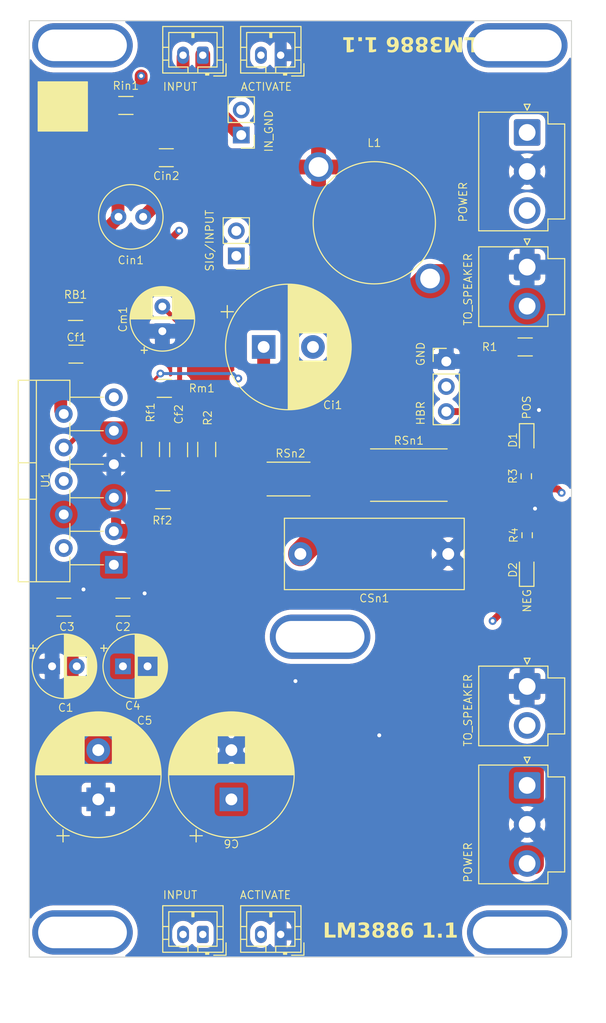
<source format=kicad_pcb>
(kicad_pcb (version 20240108) (generator "pcbnew") (generator_version "8.0")
  (layers (0 "F.Cu" signal) (1 "In1.Cu" signal) (2 "In2.Cu" signal) (31 "B.Cu" signal) (34 "B.Paste" user) (35 "F.Paste" user) (36 "B.SilkS" user "B.Silkscreen") (37 "F.SilkS" user "F.Silkscreen") (38 "B.Mask" user) (39 "F.Mask" user) (44 "Edge.Cuts" user))
  (net 0 "")
  (net 1 "CH1-IN")
  (net 2 "Net-(Ci1-Pad1)")
  (net 3 "VP")
  (net 4 "VM")
  (net 5 "CH1-OUT")
  (net 6 "INPUTGND")
  (net 7 "PGND")
  (net 8 "Net-(CSn1-Pad2)")
  (net 9 "Net-(D1-A)")
  (net 10 "Net-(D2-A)")
  (net 11 "Net-(Cin1-Pad2)")
  (net 12 "FB1")
  (net 13 "SIGGND")
  (net 14 "Net-(U1-+)")
  (net 15 "CH1GND")
  (net 16 "OPAMP_NEG")
  (net 17 "FB2")
  (net 18 "Net-(J7-Pin_3)")
  (net 19 "Net-(U1-MUTE)")
  (net 23 "NEG_ACTIVE")
  (footprint "Capacitor_SMD:C_1206_3216Metric_Pad1.33x1.80mm_HandSolder" (layer "F.Cu") (at 81.03 71.276232)
    (property "Reference" "Cf1" (at 0.0625 -1.7 0) (layer "F.SilkS") (effects (font (size 0.8 0.8) (thickness 0.1))))
    (property "Value" "680p 50V C0G")
    (pad "1" smd roundrect (at -1.5625 0) (size 1.325 1.8) (layers "F.Cu" "F.Paste" "F.Mask") (roundrect_rratio 0.188679) (net 14 "Net-(U1-+)"))
    (pad "2" smd roundrect (at 1.5625 0) (size 1.325 1.8) (layers "F.Cu" "F.Paste" "F.Mask") (roundrect_rratio 0.188679) (net 6 "INPUTGND"))
  )
  (footprint "Resistor_SMD:R_1206_3216Metric_Pad1.30x1.75mm_HandSolder" (layer "F.Cu") (at 94.3 80.95 -90)
    (property "Reference" "R2" (at -3.2 -0.1 90) (layer "F.SilkS") (effects (font (size 0.8 0.8) (thickness 0.1))))
    (property "Value" "1.4k")
    (pad "1" smd roundrect (at -1.55 0 270) (size 1.3 1.75) (layers "F.Cu" "F.Paste" "F.Mask") (roundrect_rratio 0.192308) (net 16 "OPAMP_NEG"))
    (pad "2" smd roundrect (at 1.55 0 270) (size 1.3 1.75) (layers "F.Cu" "F.Paste" "F.Mask") (roundrect_rratio 0.192308) (net 2 "Net-(Ci1-Pad1)"))
  )
  (footprint "Connector_JST:JST_VH_B2P-VH_1x02_P3.96mm_Vertical" (layer "F.Cu") (at 126.8 104.99 -90)
    (property "Reference" "J9" (hide yes))
    (property "Value" "Conn_01x02_Male")
    (pad "1" thru_hole roundrect (at 0 0 270) (size 2.7 2.7) (drill 1.7) (layers "*.Cu" "*.Mask") (roundrect_rratio 0.092593) (net 7 "PGND"))
    (pad "2" thru_hole circle (at 3.96 0 270) (size 2.7 2.7) (drill 1.7) (layers "*.Cu" "*.Mask") (net 5 "CH1-OUT"))
  )
  (footprint "Connector_JST:JST_PH_B2B-PH-K_1x02_P2.00mm_Vertical" (layer "F.Cu") (at 93.9 130.15 180)
    (property "Reference" "J12" (hide yes))
    (property "Value" "Conn_01x02_Male")
    (pad "1" thru_hole roundrect (at 0 0 180) (size 1.2 1.75) (drill 0.75) (layers "*.Cu" "*.Mask") (roundrect_rratio 0.208333) (net 15 "CH1GND"))
    (pad "2" thru_hole oval (at 2 0 180) (size 1.2 1.75) (drill 0.75) (layers "*.Cu" "*.Mask") (net 1 "CH1-IN"))
  )
  (footprint "Capacitor_THT:CP_Radial_D6.3mm_P2.50mm" (layer "F.Cu") (at 78.617621 102.95)
    (property "Reference" "C3" (at 1.5 -4 0) (layer "F.SilkS") (effects (font (size 0.8 0.8) (thickness 0.1))))
    (property "Value" "47U 50V")
    (pad "1" thru_hole rect (at 0 0) (size 1.6 1.6) (drill 0.8) (layers "*.Cu" "*.Mask") (net 7 "PGND"))
    (pad "2" thru_hole circle (at 2.5 0) (size 1.6 1.6) (drill 0.8) (layers "*.Cu" "*.Mask") (net 4 "VM"))
  )
  (footprint "Resistor_SMD:R_1206_3216Metric_Pad1.30x1.75mm_HandSolder" (layer "F.Cu") (at 126.6 70.55 180)
    (property "Reference" "R1" (at 3.6 0 0) (layer "F.SilkS") (effects (font (size 0.8 0.8) (thickness 0.1))))
    (property "Value" "15R")
    (pad "1" smd roundrect (at -1.55 0 180) (size 1.3 1.75) (layers "F.Cu" "F.Paste" "F.Mask") (roundrect_rratio 0.192308) (net 18 "Net-(J7-Pin_3)"))
    (pad "2" smd roundrect (at 1.55 0 180) (size 1.3 1.75) (layers "F.Cu" "F.Paste" "F.Mask") (roundrect_rratio 0.192308) (net 7 "PGND"))
  )
  (footprint "Resistor_SMD:R_0603_1608Metric_Pad0.98x0.95mm_HandSolder" (layer "F.Cu") (at 126.715 83.6625 -90)
    (property "Reference" "R3" (at 0 1.36 90) (layer "F.SilkS") (effects (font (size 0.8 0.8) (thickness 0.1))))
    (property "Value" "16K")
    (pad "1" smd roundrect (at -0.9125 0 270) (size 0.975 0.95) (layers "F.Cu" "F.Paste" "F.Mask") (net 9 "Net-(D1-A)"))
    (pad "2" smd roundrect (at 0.9125 0 270) (size 0.975 0.95) (layers "F.Cu" "F.Paste" "F.Mask") (net 3 "VP"))
  )
  (footprint "Capacitor_THT:CP_Radial_D6.3mm_P2.50mm" (layer "F.Cu") (at 85.8 102.95)
    (property "Reference" "C4" (at 1 4 0) (layer "F.SilkS") (effects (font (size 0.8 0.8) (thickness 0.1))))
    (property "Value" "47U 50V")
    (pad "1" thru_hole rect (at 0 0) (size 1.6 1.6) (drill 0.8) (layers "*.Cu" "*.Mask") (net 3 "VP"))
    (pad "2" thru_hole circle (at 2.5 0) (size 1.6 1.6) (drill 0.8) (layers "*.Cu" "*.Mask") (net 7 "PGND"))
  )
  (footprint "Capacitor_THT:CP_Radial_D12.5mm_P5.00mm" (layer "F.Cu") (at 100.076041 70.55)
    (property "Reference" "Ci1" (at 7 5.9 0) (layer "F.SilkS") (effects (font (size 0.8 0.8) (thickness 0.1))))
    (property "Value" "470U")
    (pad "1" thru_hole rect (at 0 0) (size 2.4 2.4) (drill 1.2) (layers "*.Cu" "*.Mask") (net 2 "Net-(Ci1-Pad1)"))
    (pad "2" thru_hole circle (at 5 0) (size 2.4 2.4) (drill 1.2) (layers "*.Cu" "*.Mask") (net 13 "SIGGND"))
  )
  (footprint "Custom:M3 Slot" (layer "F.Cu") (at 125.8 129.95)
    (property "Reference" "H4" (hide yes))
    (property "Value" "MountingHole")
    (pad "" thru_hole oval (at 0 0 270) (size 4.5 10.2) (drill oval 3.2 9) (layers "*.Cu" "*.Mask"))
  )
  (footprint "Capacitor_SMD:C_1206_3216Metric_Pad1.33x1.80mm_HandSolder" (layer "F.Cu") (at 85.8 96.95)
    (property "Reference" "C2" (at 0 2 0) (layer "F.SilkS") (effects (font (size 0.8 0.8) (thickness 0.1))))
    (property "Value" "4.7U X7R 50V")
    (pad "1" smd roundrect (at -1.5625 0) (size 1.325 1.8) (layers "F.Cu" "F.Paste" "F.Mask") (roundrect_rratio 0.188679) (net 3 "VP"))
    (pad "2" smd roundrect (at 1.5625 0) (size 1.325 1.8) (layers "F.Cu" "F.Paste" "F.Mask") (roundrect_rratio 0.188679) (net 7 "PGND"))
  )
  (footprint "Resistor_SMD:R_1206_3216Metric_Pad1.30x1.75mm_HandSolder" (layer "F.Cu") (at 88.6 80.95 90)
    (property "Reference" "Rf1" (at 3.75 0 90) (layer "F.SilkS") (effects (font (size 0.8 0.8) (thickness 0.1))))
    (property "Value" "20k")
    (pad "1" smd roundrect (at -1.55 0 90) (size 1.3 1.75) (layers "F.Cu" "F.Paste" "F.Mask") (roundrect_rratio 0.192308) (net 12 "FB1"))
    (pad "2" smd roundrect (at 1.55 0 90) (size 1.3 1.75) (layers "F.Cu" "F.Paste" "F.Mask") (roundrect_rratio 0.192308) (net 16 "OPAMP_NEG"))
  )
  (footprint "Connector_JST:JST_PH_B2B-PH-K_1x02_P2.00mm_Vertical" (layer "F.Cu") (at 93.9 40.95 180)
    (property "Reference" "J1" (hide yes))
    (property "Value" "Conn_01x02_Male")
    (pad "1" thru_hole roundrect (at 0 0 180) (size 1.2 1.75) (drill 0.75) (layers "*.Cu" "*.Mask") (roundrect_rratio 0.208333) (net 15 "CH1GND"))
    (pad "2" thru_hole oval (at 2 0 180) (size 1.2 1.75) (drill 0.75) (layers "*.Cu" "*.Mask") (net 1 "CH1-IN"))
  )
  (footprint "Connector_JST:JST_VH_B3P-VH-B_1x03_P3.96mm_Vertical" (layer "F.Cu") (at 126.8 48.7875 -90)
    (property "Reference" "J3" (hide yes))
    (property "Value" "Conn_01x03_Male")
    (pad "1" thru_hole roundrect (at 0 0 270) (size 2.7 2.7) (drill 1.7) (layers "*.Cu" "*.Mask") (roundrect_rratio 0.092593) (net 3 "VP"))
    (pad "2" thru_hole circle (at 3.96 0 270) (size 2.7 2.7) (drill 1.7) (layers "*.Cu" "*.Mask") (net 7 "PGND"))
    (pad "3" thru_hole circle (at 7.92 0 270) (size 2.7 2.7) (drill 1.7) (layers "*.Cu" "*.Mask") (net 4 "VM"))
  )
  (footprint "Resistor_SMD:R_2512_6332Metric_Pad1.40x3.35mm_HandSolder" (layer "F.Cu") (at 102.6 83.95 180)
    (property "Reference" "RSn2" (at -0.2 2.6 0) (layer "F.SilkS") (effects (font (size 0.8 0.8) (thickness 0.1))))
    (property "Value" "4R7 2W")
    (pad "1" smd roundrect (at -3.05 0 180) (size 1.4 3.35) (layers "F.Cu" "F.Paste" "F.Mask") (roundrect_rratio 0.178571) (net 8 "Net-(CSn1-Pad2)"))
    (pad "2" smd roundrect (at 3.05 0 180) (size 1.4 3.35) (layers "F.Cu" "F.Paste" "F.Mask") (roundrect_rratio 0.178571) (net 12 "FB1"))
  )
  (footprint "Connector_PinHeader_2.54mm:PinHeader_1x02_P2.54mm_Vertical" (layer "F.Cu") (at 97.8 49.05 180)
    (property "Reference" "J4" (hide yes))
    (property "Value" "Conn_01x02_Male")
    (pad "1" thru_hole rect (at 0 0 180) (size 1.7 1.7) (drill 1) (layers "*.Cu" "*.Mask") (net 15 "CH1GND"))
    (pad "2" thru_hole oval (at 0 2.54 180) (size 1.7 1.7) (drill 1) (layers "*.Cu" "*.Mask") (net 6 "INPUTGND"))
  )
  (footprint "Capacitor_SMD:C_1206_3216Metric_Pad1.33x1.80mm_HandSolder" (layer "F.Cu") (at 79.8 96.95 180)
    (property "Reference" "C1" (at -0.2 -10.2 0) (layer "F.SilkS") (effects (font (size 0.8 0.8) (thickness 0.1))))
    (property "Value" "4.7U X7R 50V")
    (pad "1" smd roundrect (at -1.5625 0 180) (size 1.325 1.8) (layers "F.Cu" "F.Paste" "F.Mask") (roundrect_rratio 0.188679) (net 7 "PGND"))
    (pad "2" smd roundrect (at 1.5625 0 180) (size 1.325 1.8) (layers "F.Cu" "F.Paste" "F.Mask") (roundrect_rratio 0.188679) (net 4 "VM"))
  )
  (footprint "Resistor_SMD:R_1206_3216Metric_Pad1.30x1.75mm_HandSolder" (layer "F.Cu") (at 90 74.75 180)
    (property "Reference" "Rm1" (at -3.8 0 0) (layer "F.SilkS") (effects (font (size 0.8 0.8) (thickness 0.1))))
    (property "Value" "39K")
    (pad "1" smd roundrect (at -1.55 0 180) (size 1.3 1.75) (layers "F.Cu" "F.Paste" "F.Mask") (roundrect_rratio 0.192308) (net 19 "Net-(U1-MUTE)"))
    (pad "2" smd roundrect (at 1.55 0 180) (size 1.3 1.75) (layers "F.Cu" "F.Paste" "F.Mask") (roundrect_rratio 0.192308) (net 23 "NEG_ACTIVE"))
  )
  (footprint "Custom:M3 Slot" (layer "F.Cu") (at 81.7 39.95)
    (property "Reference" "H1" (hide yes))
    (property "Value" "MountingHole")
    (pad "" thru_hole oval (at 0 0 270) (size 4.5 10.2) (drill oval 3.2 9) (layers "*.Cu" "*.Mask"))
  )
  (footprint "Capacitor_SMD:C_1206_3216Metric_Pad1.33x1.80mm_HandSolder" (layer "F.Cu") (at 90.2 51.35 180)
    (property "Reference" "Cin2" (at 0 -1.85 0) (layer "F.SilkS") (effects (font (size 0.8 0.8) (thickness 0.1))))
    (property "Value" "0.1u C0G 50V")
    (pad "1" smd roundrect (at -1.5625 0 180) (size 1.325 1.8) (layers "F.Cu" "F.Paste" "F.Mask") (roundrect_rratio 0.188679) (net 1 "CH1-IN"))
    (pad "2" smd roundrect (at 1.5625 0 180) (size 1.325 1.8) (layers "F.Cu" "F.Paste" "F.Mask") (roundrect_rratio 0.188679) (net 11 "Net-(Cin1-Pad2)"))
  )
  (footprint "Package_TO_SOT_THT:TO-220-11_P3.4x5.08mm_StaggerOdd_Lead4.85mm_Vertical" (layer "F.Cu") (at 84.88 92.65 90)
    (property "Reference" "U1" (at 8.6 -6.935 90) (layer "F.SilkS") (effects (font (size 0.8 0.8) (thickness 0.1))))
    (property "Value" "LM3886")
    (pad "1" thru_hole rect (at 0 0 90) (size 1.8 1.8) (drill 1) (layers "*.Cu" "*.Mask") (net 3 "VP"))
    (pad "2" thru_hole oval (at 1.7 -5.08 90) (size 1.8 1.8) (drill 1) (layers "*.Cu" "*.Mask"))
    (pad "3" thru_hole oval (at 3.4 0 90) (size 1.8 1.8) (drill 1) (layers "*.Cu" "*.Mask") (net 12 "FB1"))
    (pad "4" thru_hole oval (at 5.1 -5.08 90) (size 1.8 1.8) (drill 1) (layers "*.Cu" "*.Mask") (net 4 "VM"))
    (pad "5" thru_hole oval (at 6.8 0 90) (size 1.8 1.8) (drill 1) (layers "*.Cu" "*.Mask") (net 3 "VP"))
    (pad "6" thru_hole oval (at 8.5 -5.08 90) (size 1.8 1.8) (drill 1) (layers "*.Cu" "*.Mask"))
    (pad "7" thru_hole oval (at 10.2 0 90) (size 1.8 1.8) (drill 1) (layers "*.Cu" "*.Mask") (net 7 "PGND"))
    (pad "8" thru_hole oval (at 11.9 -5.08 90) (size 1.8 1.8) (drill 1) (layers "*.Cu" "*.Mask") (net 19 "Net-(U1-MUTE)"))
    (pad "9" thru_hole oval (at 13.6 0 90) (size 1.8 1.8) (drill 1) (layers "*.Cu" "*.Mask") (net 16 "OPAMP_NEG"))
    (pad "10" thru_hole oval (at 15.3 -5.08 90) (size 1.8 1.8) (drill 1) (layers "*.Cu" "*.Mask") (net 14 "Net-(U1-+)"))
    (pad "11" thru_hole oval (at 17 0 90) (size 1.8 1.8) (drill 1) (layers "*.Cu" "*.Mask"))
  )
  (footprint "Capacitor_THT:C_Radial_D6.3mm_H5.0mm_P2.50mm" (layer "F.Cu") (at 87.85 57.35 180)
    (property "Reference" "Cin1" (at 1.25 -4.4 0) (layer "F.SilkS") (effects (font (size 0.8 0.8) (thickness 0.1))))
    (property "Value" "22u NICHICON MUSE ES 25V")
    (pad "1" thru_hole circle (at 0 0 180) (size 1.6 1.6) (drill 0.8) (layers "*.Cu" "*.Mask") (net 1 "CH1-IN"))
    (pad "2" thru_hole circle (at 2.5 0 180) (size 1.6 1.6) (drill 0.8) (layers "*.Cu" "*.Mask") (net 11 "Net-(Cin1-Pad2)"))
  )
  (footprint "Connector_PinHeader_2.54mm:PinHeader_1x03_P2.54mm_Vertical" (layer "F.Cu") (at 118.6 72.025)
    (property "Reference" "J7" (hide yes))
    (property "Value" "Conn_01x03_Male")
    (pad "1" thru_hole rect (at 0 0) (size 1.7 1.7) (drill 1) (layers "*.Cu" "*.Mask") (net 7 "PGND"))
    (pad "2" thru_hole oval (at 0 2.54) (size 1.7 1.7) (drill 1) (layers "*.Cu" "*.Mask") (net 13 "SIGGND"))
    (pad "3" thru_hole oval (at 0 5.08) (size 1.7 1.7) (drill 1) (layers "*.Cu" "*.Mask") (net 18 "Net-(J7-Pin_3)"))
  )
  (footprint "Capacitor_THT:C_Rect_L18.0mm_W7.0mm_P15.00mm_FKS3_FKP3" (layer "F.Cu") (at 118.8 91.55 180)
    (property "Reference" "CSn1" (at 7.5 -4.5 0) (layer "F.SilkS") (effects (font (size 0.8 0.8) (thickness 0.1))))
    (property "Value" "220N PP 100V")
    (pad "1" thru_hole circle (at 0 0 180) (size 2.4 2.4) (drill 1.2) (layers "*.Cu" "*.Mask") (net 7 "PGND"))
    (pad "2" thru_hole circle (at 15 0 180) (size 2.4 2.4) (drill 1.2) (layers "*.Cu" "*.Mask") (net 8 "Net-(CSn1-Pad2)"))
  )
  (footprint "Resistor_SMD:R_0603_1608Metric_Pad0.98x0.95mm_HandSolder" (layer "F.Cu") (at 126.8 89.65 90)
    (property "Reference" "R4" (at 0 -1.36 90) (layer "F.SilkS") (effects (font (size 0.8 0.8) (thickness 0.1))))
    (property "Value" "16K")
    (pad "1" smd roundrect (at -0.9125 0 90) (size 0.975 0.95) (layers "F.Cu" "F.Paste" "F.Mask") (net 10 "Net-(D2-A)"))
    (pad "2" smd roundrect (at 0.9125 0 90) (size 0.975 0.95) (layers "F.Cu" "F.Paste" "F.Mask") (net 7 "PGND"))
  )
  (footprint "Custom:M3 Slot" (layer "F.Cu") (at 105.8 99.95)
    (property "Reference" "H4" (hide yes))
    (property "Value" "MountingHole")
    (pad "" thru_hole oval (at 0 0 270) (size 4.5 10.2) (drill oval 3.2 9) (layers "*.Cu" "*.Mask"))
  )
  (footprint "Custom:M3 Slot" (layer "F.Cu") (at 125.8 39.95)
    (property "Reference" "H2" (hide yes))
    (property "Value" "MountingHole")
    (pad "" thru_hole oval (at 0 0 270) (size 4.5 10.2) (drill oval 3.2 9) (layers "*.Cu" "*.Mask"))
  )
  (footprint "Resistor_SMD:R_4020_10251Metric_Pad1.65x5.30mm_HandSolder" (layer "F.Cu") (at 114.8 83.55 180)
    (property "Reference" "RSn1" (at 0 3.5 0) (layer "F.SilkS") (effects (font (size 0.8 0.8) (thickness 0.1))))
    (property "Value" "10R")
    (pad "1" smd roundrect (at -4.9 0 180) (size 1.65 5.3) (layers "F.Cu" "F.Paste" "F.Mask") (roundrect_rratio 0.151515) (net 5 "CH1-OUT"))
    (pad "2" smd roundrect (at 4.9 0 180) (size 1.65 5.3) (layers "F.Cu" "F.Paste" "F.Mask") (roundrect_rratio 0.151515) (net 12 "FB1"))
  )
  (footprint "Connector_JST:JST_PH_B2B-PH-K_1x02_P2.00mm_Vertical" (layer "F.Cu") (at 101.8 40.95 180)
    (property "Reference" "J8" (hide yes))
    (property "Value" "Conn_01x02_Male")
    (pad "1" thru_hole roundrect (at 0 0 180) (size 1.2 1.75) (drill 0.75) (layers "*.Cu" "*.Mask") (roundrect_rratio 0.208333) (net 7 "PGND"))
    (pad "2" thru_hole oval (at 2 0 180) (size 1.2 1.75) (drill 0.75) (layers "*.Cu" "*.Mask") (net 23 "NEG_ACTIVE"))
  )
  (footprint "Connector_JST:JST_PH_B2B-PH-K_1x02_P2.00mm_Vertical" (layer "F.Cu") (at 101.8 130.15 180)
    (property "Reference" "J2" (hide yes))
    (property "Value" "Conn_01x02_Male")
    (pad "1" thru_hole roundrect (at 0 0 180) (size 1.2 1.75) (drill 0.75) (layers "*.Cu" "*.Mask") (roundrect_rratio 0.208333) (net 7 "PGND"))
    (pad "2" thru_hole oval (at 2 0 180) (size 1.2 1.75) (drill 0.75) (layers "*.Cu" "*.Mask") (net 23 "NEG_ACTIVE"))
  )
  (footprint "Connector_JST:JST_VH_B2P-VH_1x02_P3.96mm_Vertical" (layer "F.Cu") (at 126.8 62.45 -90)
    (property "Reference" "J6" (hide yes))
    (property "Value" "Conn_01x02_Male")
    (pad "1" thru_hole roundrect (at 0 0 270) (size 2.7 2.7) (drill 1.7) (layers "*.Cu" "*.Mask") (roundrect_rratio 0.092593) (net 7 "PGND"))
    (pad "2" thru_hole circle (at 3.96 0 270) (size 2.7 2.7) (drill 1.7) (layers "*.Cu" "*.Mask") (net 5 "CH1-OUT"))
  )
  (footprint "LED_SMD:LED_0603_1608Metric_Pad1.05x0.95mm_HandSolder" (layer "F.Cu") (at 126.755 79.995 -90)
    (property "Reference" "D1" (at 0 1.4 90) (layer "F.SilkS") (effects (font (size 0.8 0.8) (thickness 0.1))))
    (property "Value" "BLUE")
    (pad "1" smd roundrect (at -0.875 0 270) (size 1.05 0.95) (layers "F.Cu" "F.Paste" "F.Mask") (net 7 "PGND"))
    (pad "2" smd roundrect (at 0.875 0 270) (size 1.05 0.95) (layers "F.Cu" "F.Paste" "F.Mask") (net 9 "Net-(D1-A)"))
  )
  (footprint "Resistor_SMD:R_1206_3216Metric_Pad1.30x1.75mm_HandSolder" (layer "F.Cu") (at 86.1 46.05 180)
    (property "Reference" "Rin1" (at 0 2 0) (layer "F.SilkS") (effects (font (size 0.8 0.8) (thickness 0.1))))
    (property "Value" "20K")
    (pad "1" smd roundrect (at -1.55 0 180) (size 1.3 1.75) (layers "F.Cu" "F.Paste" "F.Mask") (roundrect_rratio 0.192308) (net 6 "INPUTGND"))
    (pad "2" smd roundrect (at 1.55 0 180) (size 1.3 1.75) (layers "F.Cu" "F.Paste" "F.Mask") (roundrect_rratio 0.192308) (net 11 "Net-(Cin1-Pad2)"))
  )
  (footprint "Capacitor_THT:CP_Radial_D6.3mm_P2.50mm" (layer "F.Cu") (at 89.8 68.95 90)
    (property "Reference" "Cm1" (at 1.2 -4 90) (layer "F.SilkS") (effects (font (size 0.8 0.8) (thickness 0.1))))
    (property "Value" "47U 50V")
    (pad "1" thru_hole rect (at 0 0 90) (size 1.6 1.6) (drill 0.8) (layers "*.Cu" "*.Mask") (net 7 "PGND"))
    (pad "2" thru_hole circle (at 2.5 0 90) (size 1.6 1.6) (drill 0.8) (layers "*.Cu" "*.Mask") (net 19 "Net-(U1-MUTE)"))
  )
  (footprint "Capacitor_SMD:C_1206_3216Metric_Pad1.33x1.80mm_HandSolder" (layer "F.Cu") (at 91.45 80.98 90)
    (property "Reference" "Cf2" (at 3.6 0.015 90) (layer "F.SilkS") (effects (font (size 0.8 0.8) (thickness 0.1))))
    (property "Value" "47P 50V C0G")
    (pad "1" smd roundrect (at -1.5625 0 90) (size 1.325 1.8) (layers "F.Cu" "F.Paste" "F.Mask") (roundrect_rratio 0.188679) (net 17 "FB2"))
    (pad "2" smd roundrect (at 1.5625 0 90) (size 1.325 1.8) (layers "F.Cu" "F.Paste" "F.Mask") (roundrect_rratio 0.188679) (net 16 "OPAMP_NEG"))
  )
  (footprint "Capacitor_THT:CP_Radial_D12.5mm_P5.00mm" (layer "F.Cu") (at 96.8 116.45 90)
    (property "Reference" "C6" (at -4.476041 0 180) (layer "F.SilkS") (effects (font (size 0.8 0.8) (thickness 0.1))))
    (property "Value" "1000U 50V")
    (pad "1" thru_hole rect (at 0 0 90) (size 2.4 2.4) (drill 1.2) (layers "*.Cu" "*.Mask") (net 3 "VP"))
    (pad "2" thru_hole circle (at 5 0 90) (size 2.4 2.4) (drill 1.2) (layers "*.Cu" "*.Mask") (net 7 "PGND"))
  )
  (footprint "Custom:M3 Slot" (layer "F.Cu") (at 81.7 129.95)
    (property "Reference" "H3" (hide yes))
    (property "Value" "MountingHole")
    (pad "" thru_hole oval (at 0 0 270) (size 4.5 10.2) (drill oval 3.2 9) (layers "*.Cu" "*.Mask"))
  )
  (footprint "Resistor_SMD:R_1206_3216Metric_Pad1.30x1.75mm_HandSolder" (layer "F.Cu") (at 89.85 86.05)
    (property "Reference" "Rf2" (at -0.05 2.1 0) (layer "F.SilkS") (effects (font (size 0.8 0.8) (thickness 0.1))))
    (property "Value" "20K")
    (pad "1" smd roundrect (at -1.55 0) (size 1.3 1.75) (layers "F.Cu" "F.Paste" "F.Mask") (roundrect_rratio 0.192308) (net 12 "FB1"))
    (pad "2" smd roundrect (at 1.55 0) (size 1.3 1.75) (layers "F.Cu" "F.Paste" "F.Mask") (roundrect_rratio 0.192308) (net 17 "FB2"))
  )
  (footprint "Resistor_SMD:R_1206_3216Metric_Pad1.30x1.75mm_HandSolder" (layer "F.Cu") (at 81 66.95 180)
    (property "Reference" "RB1" (at 0 1.7 0) (layer "F.SilkS") (effects (font (size 0.8 0.8) (thickness 0.1))))
    (property "Value" "1.0K")
    (pad "1" smd roundrect (at -1.55 0 180) (size 1.3 1.75) (layers "F.Cu" "F.Paste" "F.Mask") (roundrect_rratio 0.192308) (net 11 "Net-(Cin1-Pad2)"))
    (pad "2" smd roundrect (at 1.55 0 180) (size 1.3 1.75) (layers "F.Cu" "F.Paste" "F.Mask") (roundrect_rratio 0.192308) (net 14 "Net-(U1-+)"))
  )
  (footprint "Connector_PinHeader_2.54mm:PinHeader_1x02_P2.54mm_Vertical" (layer "F.Cu") (at 97.3 61.315 180)
    (property "Reference" "J5" (hide yes))
    (property "Value" "Conn_01x02_Male")
    (pad "1" thru_hole rect (at 0 0 180) (size 1.7 1.7) (drill 1) (layers "*.Cu" "*.Mask") (net 13 "SIGGND"))
    (pad "2" thru_hole oval (at 0 2.54 180) (size 1.7 1.7) (drill 1) (layers "*.Cu" "*.Mask") (net 6 "INPUTGND"))
  )
  (footprint "Custom:500nH Inductor Aliexpress Air Gap" (layer "F.Cu") (at 111.3 57.95 -45)
    (property "Reference" "L1" (at -5.727565 -5.727565 0) (layer "F.SilkS") (effects (font (size 0.8 0.8) (thickness 0.1))))
    (property "Value" "500nH")
    (pad "1" thru_hole circle (at -8 0 315) (size 3 3) (drill 2) (layers "*.Cu" "*.Mask") (net 12 "FB1"))
    (pad "2" thru_hole circle (at 8 0 315) (size 3 3) (drill 2) (layers "*.Cu" "*.Mask") (net 5 "CH1-OUT"))
  )
  (footprint "LED_SMD:LED_0603_1608Metric_Pad1.05x0.95mm_HandSolder" (layer "F.Cu") (at 126.755 93.175 90)
    (property "Reference" "D2" (at 0 -1.4 90) (layer "F.SilkS") (effects (font (size 0.8 0.8) (thickness 0.1))))
    (property "Value" "YELLOW")
    (pad "1" smd roundrect (at -0.875 0 90) (size 1.05 0.95) (layers "F.Cu" "F.Paste" "F.Mask") (net 4 "VM"))
    (pad "2" smd roundrect (at 0.875 0 90) (size 1.05 0.95) (layers "F.Cu" "F.Paste" "F.Mask") (net 10 "Net-(D2-A)"))
  )
  (footprint "Capacitor_THT:CP_Radial_D12.5mm_P5.00mm" (layer "F.Cu") (at 83.3 116.45 90)
    (property "Reference" "C5" (at 8 4.7 0) (layer "F.SilkS") (effects (font (size 0.8 0.8) (thickness 0.1))))
    (property "Value" "1000U 50V")
    (pad "1" thru_hole rect (at 0 0 90) (size 2.4 2.4) (drill 1.2) (layers "*.Cu" "*.Mask") (net 7 "PGND"))
    (pad "2" thru_hole circle (at 5 0 90) (size 2.4 2.4) (drill 1.2) (layers "*.Cu" "*.Mask") (net 4 "VM"))
  )
  (footprint "Connector_JST:JST_VH_B3P-VH-B_1x03_P3.96mm_Vertical" (layer "F.Cu") (at 126.8 115.03 -90)
    (property "Reference" "J11" (hide yes))
    (property "Value" "Conn_01x03_Male")
    (pad "1" thru_hole roundrect (at 0 0 270) (size 2.7 2.7) (drill 1.7) (layers "*.Cu" "*.Mask") (roundrect_rratio 0.092593) (net 3 "VP"))
    (pad "2" thru_hole circle (at 3.96 0 270) (size 2.7 2.7) (drill 1.7) (layers "*.Cu" "*.Mask") (net 7 "PGND"))
    (pad "3" thru_hole circle (at 7.92 0 270) (size 2.7 2.7) (drill 1.7) (layers "*.Cu" "*.Mask") (net 4 "VM"))
  )
  (gr_rect (start 77.2 43.65) (end 82.2 48.65) (stroke (width 0.1)) (fill solid) (layer "F.SilkS"))
  (gr_line (start 76.3 132.45) (end 76.3 37.45) (stroke (width 0.1)) (layer "Edge.Cuts"))
  (gr_line (start 76.3 37.45) (end 131.3 37.45) (stroke (width 0.1)) (layer "Edge.Cuts"))
  (gr_line (start 131.3 37.45) (end 131.3 132.45) (stroke (width 0.1)) (layer "Edge.Cuts"))
  (gr_line (start 76.3 132.45) (end 131.3 132.45) (stroke (width 0.1)) (layer "Edge.Cuts"))
  (gr_text "ACTIVATE" (at 97.7 44.15 0) (layer "F.SilkS") (effects (font (size 0.8 0.8) (thickness 0.1)) (justify left)))
  (gr_text "GND" (at 116 72.55 90) (layer "F.SilkS") (effects (font (size 0.8 0.8) (thickness 0.1)) (justify left)))
  (gr_text "INPUT" (at 89.8 126.15 0) (layer "F.SilkS") (effects (font (size 0.8 0.8) (thickness 0.1)) (justify left)))
  (gr_text "IN_GND" (at 100.6 50.85 90) (layer "F.SilkS") (effects (font (size 0.8 0.8) (thickness 0.1)) (justify left)))
  (gr_text "INPUT" (at 89.8 44.15 0) (layer "F.SilkS") (effects (font (size 0.8 0.8) (thickness 0.1)) (justify left)))
  (gr_text "LM3886 1.1" (at 119.807187 129.85 0) (layer "F.SilkS") (effects (font (size 1.5 1.5) (thickness 0.1) (bold yes)) (justify right)))
  (gr_text "ACTIVATE" (at 97.6 126.15 0) (layer "F.SilkS") (effects (font (size 0.8 0.8) (thickness 0.1)) (justify left)))
  (gr_text "HBR\n" (at 116 78.55 90) (layer "F.SilkS") (effects (font (size 0.8 0.8) (thickness 0.1)) (justify left)))
  (gr_text "TO_SPEAKER" (at 120.8 68.45 90) (layer "F.SilkS") (effects (font (size 0.8 0.8) (thickness 0.1)) (justify left)))
  (gr_text "LM3886 1.1" (at 108 39.75 180) (layer "F.SilkS") (effects (font (size 1.5 1.5) (thickness 0.1) (bold yes)) (justify right)))
  (gr_text "POS" (at 126.755 77.95 90) (layer "F.SilkS") (effects (font (size 0.8 0.8) (thickness 0.1)) (justify left)))
  (gr_text "POWER" (at 120.3 57.95 90) (layer "F.SilkS") (effects (font (size 0.8 0.8) (thickness 0.1)) (justify left)))
  (gr_text "SIG/INPUT\n" (at 94.6 62.95 90) (layer "F.SilkS") (effects (font (size 0.8 0.8) (thickness 0.1)) (justify left)))
  (gr_text "TO_SPEAKER" (at 120.8 111.15 90) (layer "F.SilkS") (effects (font (size 0.8 0.8) (thickness 0.1)) (justify left)))
  (gr_text "POWER" (at 120.8 124.95 90) (layer "F.SilkS") (effects (font (size 0.8 0.8) (thickness 0.1)) (justify left)))
  (gr_text "NEG" (at 126.8 97.55 90) (layer "F.SilkS") (effects (font (size 0.8 0.8) (thickness 0.1)) (justify left)))
  (segment (start 91.9 41.15) (end 91.9 53.35) (width 1.3) (layer "F.Cu") (net 1))
  (segment (start 91.9 53.35) (end 87.8 57.45) (width 1.3) (layer "F.Cu") (net 1))
  (segment (start 100.076041 79.873959) (end 100.076041 70.55) (width 1.3) (layer "F.Cu") (net 2))
  (segment (start 97.45 82.5) (end 100.076041 79.873959) (width 1.3) (layer "F.Cu") (net 2))
  (segment (start 94.3 82.5) (end 97.45 82.5) (width 1.3) (layer "F.Cu") (net 2))
  (segment (start 129.9 84.95) (end 130.3 85.35) (width 0.7) (layer "F.Cu") (net 3))
  (segment (start 126.8 84.95) (end 129.9 84.95) (width 0.7) (layer "F.Cu") (net 3))
  (via (at 130.3 85.35) (size 0.8) (drill 0.4) (layers "F.Cu" "B.Cu") (net 3))
  (segment (start 126.755 94.895) (end 123.3 98.35) (width 0.7) (layer "F.Cu") (net 4))
  (segment (start 126.755 94.2) (end 126.755 94.895) (width 0.7) (layer "F.Cu") (net 4))
  (via (at 123.3 98.35) (size 0.8) (drill 0.4) (layers "F.Cu" "B.Cu") (net 4))
  (segment (start 85.7 64.55) (end 91.5 58.75) (width 0.7) (layer "F.Cu") (net 6))
  (segment (start 85.7 68.197085) (end 85.7 64.55) (width 0.7) (layer "F.Cu") (net 6))
  (segment (start 82.620853 71.276232) (end 85.7 68.197085) (width 0.7) (layer "F.Cu") (net 6))
  (segment (start 87.65 46.05) (end 87.65 43.05) (width 1.3) (layer "F.Cu") (net 6))
  (via (at 91.5 58.75) (size 0.8) (drill 0.4) (layers "F.Cu" "B.Cu") (net 6))
  (via (at 87.65 43.05) (size 0.8) (drill 0.4) (layers "F.Cu" "B.Cu") (net 6))
  (segment (start 125.05 70.55) (end 123.1 70.55) (width 0.7) (layer "F.Cu") (net 7))
  (segment (start 81.3625 96.95) (end 81.3625 95.5875) (width 0.7) (layer "F.Cu") (net 7))
  (segment (start 121.625 72.025) (end 118.6 72.025) (width 0.7) (layer "F.Cu") (net 7))
  (segment (start 126.8 87.75) (end 127.6 86.95) (width 0.7) (layer "F.Cu") (net 7))
  (segment (start 87.3625 96.1875) (end 88 95.55) (width 0.7) (layer "F.Cu") (net 7))
  (segment (start 81.3625 95.5875) (end 81.8 95.15) (width 0.7) (layer "F.Cu") (net 7))
  (segment (start 126.8 88.275) (end 126.8 87.75) (width 0.7) (layer "F.Cu") (net 7))
  (segment (start 126.755 78.97) (end 126.755 78.195) (width 0.7) (layer "F.Cu") (net 7))
  (segment (start 87.3625 96.95) (end 87.3625 96.1875) (width 0.7) (layer "F.Cu") (net 7))
  (segment (start 123.1 70.55) (end 121.625 72.025) (width 0.7) (layer "F.Cu") (net 7))
  (segment (start 126.755 78.195) (end 128 76.95) (width 0.7) (layer "F.Cu") (net 7))
  (via (at 81.8 95.15) (size 0.8) (drill 0.4) (layers "F.Cu" "B.Cu") (net 7))
  (via (at 127.6 86.95) (size 0.8) (drill 0.4) (layers "F.Cu" "B.Cu") (net 7))
  (via (at 128 76.95) (size 0.8) (drill 0.4) (layers "F.Cu" "B.Cu") (net 7))
  (via (at 111.8 109.95) (size 0.8) (drill 0.4) (layers "F.Cu" "B.Cu") (net 7))
  (via (at 88 95.55) (size 0.8) (drill 0.4) (layers "F.Cu" "B.Cu") (net 7))
  (via (at 103.3 104.45) (size 0.8) (drill 0.4) (layers "F.Cu" "B.Cu") (net 7))
  (segment (start 105.65 89.7) (end 103.8 91.55) (width 2.5) (layer "F.Cu") (net 8))
  (segment (start 105.65 83.95) (end 105.65 89.7) (width 2.5) (layer "F.Cu") (net 8))
  (segment (start 126.8 82.95) (end 126.8 81.065) (width 0.7) (layer "F.Cu") (net 9))
  (segment (start 126.8 90.275) (end 126.8 92.105) (width 0.7) (layer "F.Cu") (net 10))
  (segment (start 85.3 52.85) (end 85.3 57.45) (width 1.3) (layer "F.Cu") (net 11))
  (segment (start 84.55 46.05) (end 84.55 52.1) (width 1.3) (layer "F.Cu") (net 11))
  (segment (start 88.6375 51.35) (end 86.8 51.35) (width 1.3) (layer "F.Cu") (net 11))
  (segment (start 84.55 52.1) (end 85.3 52.85) (width 1.3) (layer "F.Cu") (net 11))
  (segment (start 86.8 51.35) (end 85.3 52.85) (width 1.3) (layer "F.Cu") (net 11))
  (segment (start 85.3 57.45) (end 82.8 59.95) (width 1.3) (layer "F.Cu") (net 11))
  (segment (start 82.8 66.7) (end 82.55 66.95) (width 1.3) (layer "F.Cu") (net 11))
  (segment (start 82.8 59.95) (end 82.8 66.7) (width 1.3) (layer "F.Cu") (net 11))
  (segment (start 79.495853 77.045853) (end 79.8 77.35) (width 1.3) (layer "F.Cu") (net 14))
  (segment (start 79.45 71.230379) (end 79.495853 71.276232) (width 1.3) (layer "F.Cu") (net 14))
  (segment (start 79.45 66.95) (end 79.45 71.230379) (width 1.3) (layer "F.Cu") (net 14))
  (segment (start 79.495853 71.276232) (end 79.495853 77.045853) (width 1.3) (layer "F.Cu") (net 14))
  (segment (start 93.9 45.155585) (end 97.794415 49.05) (width 1.5) (layer "F.Cu") (net 15))
  (segment (start 93.9 40.9) (end 93.9 45.155585) (width 1.5) (layer "F.Cu") (net 15))
  (segment (start 128.15 72.1) (end 123.145 77.105) (width 0.7) (layer "F.Cu") (net 18))
  (segment (start 128.15 70.55) (end 128.15 72.1) (width 0.7) (layer "F.Cu") (net 18))
  (segment (start 123.145 77.105) (end 118.6 77.105) (width 0.7) (layer "F.Cu") (net 18))
  (segment (start 91.55 68.2) (end 91.55 74.75) (width 0.5) (layer "F.Cu") (net 19))
  (segment (start 89.8 66.45) (end 91.55 68.2) (width 0.5) (layer "F.Cu") (net 19))
  (segment (start 83.4 77.35) (end 80 80.75) (width 0.5) (layer "F.Cu") (net 19))
  (segment (start 88.95 77.35) (end 83.4 77.35) (width 0.5) (layer "F.Cu") (net 19))
  (segment (start 91.55 74.75) (end 88.95 77.35) (width 0.5) (layer "F.Cu") (net 19))
  (segment (start 88.45 74.75) (end 88.45 74.4) (width 0.3) (layer "F.Cu") (net 23))
  (segment (start 88.45 74.4) (end 89.6 73.25) (width 0.3) (layer "F.Cu") (net 23))
  (via (at 89.6 73.25) (size 0.8) (drill 0.4) (layers "F.Cu" "B.Cu") (net 23))
  (via (at 97.5 73.75) (size 0.8) (drill 0.4) (layers "F.Cu" "B.Cu") (net 23))
  (segment (start 97 73.25) (end 97.5 73.75) (width 0.3) (layer "B.Cu") (net 23))
  (segment (start 89.6 73.25) (end 97 73.25) (width 0.3) (layer "B.Cu") (net 23))
  (zone (net 4) (net_name "VM") (layer "F.Cu") (priority 2) (connect_pads yes (clearance 0.5)) (min_thickness 0.25) (fill yes (thermal_gap 0.5) (thermal_bridge_width 1.5) (smoothing fillet) (radius 1))
    (polygon (pts (xy 128.5 118.95) (xy 93.3 118.95) (xy 89.3 114.95) (xy 81.3 106.95) (xy 81.3 83.95) (xy 77.6 83.95) (xy 77.6 85.35) (xy 77.6 124.05) (xy 128.5 124.05)))
  )
  (zone (net 3) (net_name "VP") (layer "F.Cu") (priority 1) (connect_pads yes (clearance 0.5)) (min_thickness 0.25) (fill yes (thermal_gap 0.5) (thermal_bridge_width 1.5) (smoothing fillet) (radius 1))
    (polygon (pts (xy 128.5 111.95) (xy 99.8 111.95) (xy 86.8 98.95) (xy 86.8 83.95) (xy 82.3 83.95) (xy 82.3 107.95) (xy 89.3 114.95) (xy 93.3 118.95) (xy 128.5 118.95)))
  )
  (zone (net 12) (net_name "FB1") (layer "F.Cu") (priority 9) (connect_pads (clearance 0.5)) (min_thickness 0.25) (fill yes (thermal_gap 0.5) (thermal_bridge_width 1.5) (smoothing fillet) (radius 1))
    (polygon (pts (xy 104 49.55) (xy 112.4 49.55) (xy 112.4 89.35) (xy 109.2 89.35) (xy 98.6 89.35) (xy 97.6 88.35) (xy 97.6 55.95)))
  )
  (zone (net 12) (net_name "FB1") (layer "F.Cu") (priority 100) (connect_pads (clearance 0.5)) (min_thickness 0.25) (fill yes (thermal_gap 0.5) (thermal_bridge_width 1.5) (smoothing fillet) (radius 1))
    (polygon (pts (xy 87.4 81.55) (xy 89.8 81.55) (xy 89.8 88.15) (xy 86.6 88.15) (xy 86.6 82.35)))
  )
  (zone (net 5) (net_name "CH1-OUT") (layer "F.Cu") (priority 5) (connect_pads yes (clearance 0.5)) (min_thickness 0.25) (fill yes (thermal_gap 0.5) (thermal_bridge_width 1.5) (smoothing fillet) (radius 1))
    (polygon (pts (xy 130.4 62.15) (xy 116.4 62.15) (xy 112.2 66.35) (xy 112.2 87.15) (xy 112.8 87.35) (xy 121 87.35) (xy 123.6 84.75) (xy 123.6 77.55) (xy 128.010016 73.139984) (xy 129 70.55) (xy 129 60.75)))
  )
  (zone (net 17) (net_name "FB2") (layer "F.Cu") (priority 10) (connect_pads yes (clearance 0.25)) (min_thickness 0.25) (fill yes (thermal_gap 0.5) (thermal_bridge_width 1.5) (smoothing fillet) (radius 1))
    (polygon (pts (xy 96.189033 81.55) (xy 97.433645 84.183645) (xy 92.8 87.55) (xy 89.8 87.55) (xy 89.8 81.55)))
  )
  (zone (net 16) (net_name "OPAMP_NEG") (layer "F.Cu") (priority 6) (connect_pads yes (clearance 0.5)) (min_thickness 0.25) (fill yes (thermal_gap 0.5) (thermal_bridge_width 1.5) (smoothing fillet) (radius 1))
    (polygon (pts (xy 83.6 76.75) (xy 98 76.75) (xy 98 81.55) (xy 84.6 81.55) (xy 82.4 79.35) (xy 82.4 77.95)))
  )
  (zone (net 7) (net_name "PGND") (layer "F.Cu") (connect_pads (clearance 0.5)) (min_thickness 0.25) (fill yes (thermal_gap 0.5) (thermal_bridge_width 1.5) (smoothing fillet) (radius 1))
    (polygon (pts (xy 83.2 35.95) (xy 83.2 36.55) (xy 74.9 36.55) (xy 74.6 44.75) (xy 74.6 126.55) (xy 74.8 126.75) (xy 75 126.75) (xy 75 125.95) (xy 84 134.95) (xy 125 134.95) (xy 125.2 134.75) (xy 125.2 133.15) (xy 132.4 133.15) (xy 132.4 43.15) (xy 132.7 43.15) (xy 132.7 35.75) (xy 83.4 35.75)))
  )
  (zone (net 12) (net_name "FB1") (layer "F.Cu") (priority 7) (connect_pads (clearance 0.5)) (min_thickness 0.25) (fill yes (thermal_gap 0.5) (thermal_bridge_width 1.5) (smoothing fillet) (radius 1))
    (polygon (pts (xy 85.2 87.55) (xy 89.8 87.55) (xy 92 85.35) (xy 95.6 85.35) (xy 99.6 81.35) (xy 103.8 81.35) (xy 104 81.55) (xy 104 89.95) (xy 103 90.95) (xy 84.6 90.95) (xy 84.6 87.55)))
  )
  (zone (net 7) (net_name "PGND") (layers "In2.Cu" "B.Cu") (priority 10) (connect_pads (clearance 0.5)) (min_thickness 0.25) (fill yes (thermal_gap 0.5) (thermal_bridge_width 1.5))
    (polygon (pts (xy 75.5 44.45) (xy 75.3 44.45) (xy 75.3 126.95) (xy 75.1 126.95) (xy 75.1 133.45) (xy 131.7 133.45) (xy 131.7 125.95) (xy 131.8 125.95) (xy 131.8 43.45) (xy 134 43.45) (xy 132.8 41.55) (xy 132.8 35.95) (xy 75.5 35.95)))
  )
)
</source>
